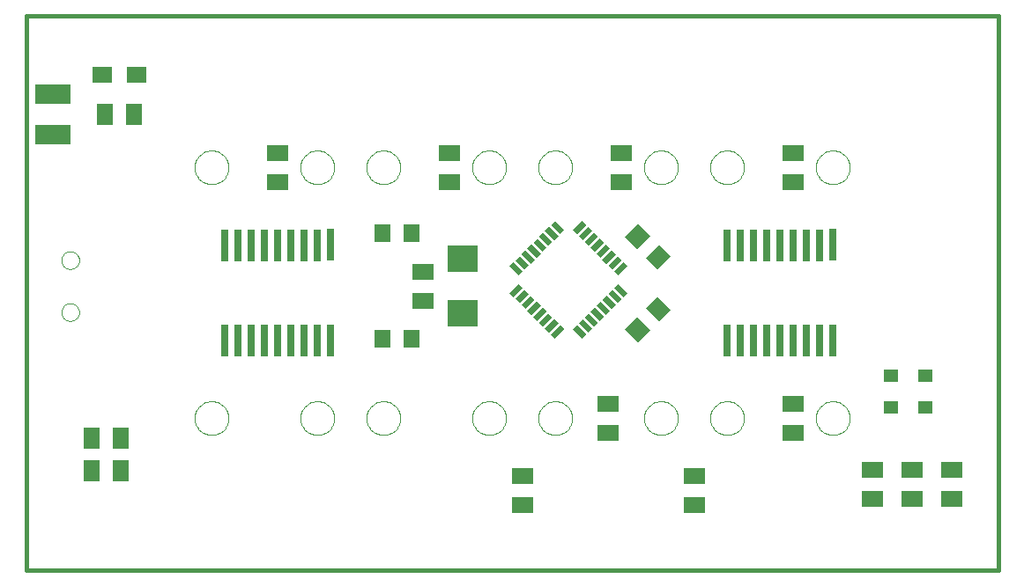
<source format=gbp>
G75*
G70*
%OFA0B0*%
%FSLAX24Y24*%
%IPPOS*%
%LPD*%
%AMOC8*
5,1,8,0,0,1.08239X$1,22.5*
%
%ADD10C,0.0160*%
%ADD11R,0.0500X0.0220*%
%ADD12R,0.0220X0.0500*%
%ADD13R,0.0787X0.0630*%
%ADD14R,0.0630X0.0709*%
%ADD15C,0.0000*%
%ADD16R,0.0260X0.1200*%
%ADD17R,0.0630X0.0787*%
%ADD18R,0.1339X0.0748*%
%ADD19R,0.0748X0.0630*%
%ADD20R,0.0551X0.0472*%
%ADD21R,0.1181X0.0984*%
D10*
X000550Y001235D02*
X037300Y001235D01*
X037300Y022235D01*
X000550Y022235D01*
X000550Y001235D01*
D11*
G36*
X019330Y011918D02*
X018978Y011566D01*
X018822Y011722D01*
X019174Y012074D01*
X019330Y011918D01*
G37*
G36*
X019552Y011695D02*
X019200Y011343D01*
X019044Y011499D01*
X019396Y011851D01*
X019552Y011695D01*
G37*
G36*
X019775Y011472D02*
X019423Y011120D01*
X019267Y011276D01*
X019619Y011628D01*
X019775Y011472D01*
G37*
G36*
X019998Y011249D02*
X019646Y010897D01*
X019490Y011053D01*
X019842Y011405D01*
X019998Y011249D01*
G37*
G36*
X020220Y011027D02*
X019868Y010675D01*
X019712Y010831D01*
X020064Y011183D01*
X020220Y011027D01*
G37*
G36*
X020443Y010804D02*
X020091Y010452D01*
X019935Y010608D01*
X020287Y010960D01*
X020443Y010804D01*
G37*
G36*
X020666Y010581D02*
X020314Y010229D01*
X020158Y010385D01*
X020510Y010737D01*
X020666Y010581D01*
G37*
G36*
X020888Y010359D02*
X020536Y010007D01*
X020380Y010163D01*
X020732Y010515D01*
X020888Y010359D01*
G37*
G36*
X023278Y012749D02*
X022926Y012397D01*
X022770Y012553D01*
X023122Y012905D01*
X023278Y012749D01*
G37*
G36*
X023056Y012971D02*
X022704Y012619D01*
X022548Y012775D01*
X022900Y013127D01*
X023056Y012971D01*
G37*
G36*
X022833Y013194D02*
X022481Y012842D01*
X022325Y012998D01*
X022677Y013350D01*
X022833Y013194D01*
G37*
G36*
X022610Y013417D02*
X022258Y013065D01*
X022102Y013221D01*
X022454Y013573D01*
X022610Y013417D01*
G37*
G36*
X022388Y013639D02*
X022036Y013287D01*
X021880Y013443D01*
X022232Y013795D01*
X022388Y013639D01*
G37*
G36*
X022165Y013862D02*
X021813Y013510D01*
X021657Y013666D01*
X022009Y014018D01*
X022165Y013862D01*
G37*
G36*
X021942Y014085D02*
X021590Y013733D01*
X021434Y013889D01*
X021786Y014241D01*
X021942Y014085D01*
G37*
G36*
X021720Y014308D02*
X021368Y013956D01*
X021212Y014112D01*
X021564Y014464D01*
X021720Y014308D01*
G37*
D12*
G36*
X020888Y014112D02*
X020732Y013956D01*
X020380Y014308D01*
X020536Y014464D01*
X020888Y014112D01*
G37*
G36*
X020666Y013889D02*
X020510Y013733D01*
X020158Y014085D01*
X020314Y014241D01*
X020666Y013889D01*
G37*
G36*
X020443Y013666D02*
X020287Y013510D01*
X019935Y013862D01*
X020091Y014018D01*
X020443Y013666D01*
G37*
G36*
X020220Y013443D02*
X020064Y013287D01*
X019712Y013639D01*
X019868Y013795D01*
X020220Y013443D01*
G37*
G36*
X019998Y013221D02*
X019842Y013065D01*
X019490Y013417D01*
X019646Y013573D01*
X019998Y013221D01*
G37*
G36*
X019775Y012998D02*
X019619Y012842D01*
X019267Y013194D01*
X019423Y013350D01*
X019775Y012998D01*
G37*
G36*
X019552Y012775D02*
X019396Y012619D01*
X019044Y012971D01*
X019200Y013127D01*
X019552Y012775D01*
G37*
G36*
X019330Y012553D02*
X019174Y012397D01*
X018822Y012749D01*
X018978Y012905D01*
X019330Y012553D01*
G37*
G36*
X022388Y010831D02*
X022232Y010675D01*
X021880Y011027D01*
X022036Y011183D01*
X022388Y010831D01*
G37*
G36*
X022610Y011053D02*
X022454Y010897D01*
X022102Y011249D01*
X022258Y011405D01*
X022610Y011053D01*
G37*
G36*
X022833Y011276D02*
X022677Y011120D01*
X022325Y011472D01*
X022481Y011628D01*
X022833Y011276D01*
G37*
G36*
X023056Y011499D02*
X022900Y011343D01*
X022548Y011695D01*
X022704Y011851D01*
X023056Y011499D01*
G37*
G36*
X023278Y011722D02*
X023122Y011566D01*
X022770Y011918D01*
X022926Y012074D01*
X023278Y011722D01*
G37*
G36*
X022165Y010608D02*
X022009Y010452D01*
X021657Y010804D01*
X021813Y010960D01*
X022165Y010608D01*
G37*
G36*
X021942Y010385D02*
X021786Y010229D01*
X021434Y010581D01*
X021590Y010737D01*
X021942Y010385D01*
G37*
G36*
X021720Y010163D02*
X021564Y010007D01*
X021212Y010359D01*
X021368Y010515D01*
X021720Y010163D01*
G37*
D13*
X022550Y007536D03*
X022550Y006434D03*
X019300Y004786D03*
X019300Y003684D03*
X025800Y003684D03*
X025800Y004786D03*
X029550Y006434D03*
X029550Y007536D03*
X032550Y005036D03*
X034050Y005036D03*
X035550Y005036D03*
X035550Y003934D03*
X034050Y003934D03*
X032550Y003934D03*
X015550Y011434D03*
X015550Y012536D03*
X016550Y015934D03*
X016550Y017036D03*
X010050Y017036D03*
X010050Y015934D03*
X023050Y015934D03*
X023050Y017036D03*
X029550Y017036D03*
X029550Y015934D03*
D14*
G36*
X024413Y012622D02*
X023967Y013068D01*
X024467Y013568D01*
X024913Y013122D01*
X024413Y012622D01*
G37*
G36*
X023633Y013402D02*
X023187Y013848D01*
X023687Y014348D01*
X024133Y013902D01*
X023633Y013402D01*
G37*
G36*
X023967Y011152D02*
X024413Y011598D01*
X024913Y011098D01*
X024467Y010652D01*
X023967Y011152D01*
G37*
G36*
X023187Y010372D02*
X023633Y010818D01*
X024133Y010318D01*
X023687Y009872D01*
X023187Y010372D01*
G37*
X015101Y009985D03*
X013999Y009985D03*
X013999Y013985D03*
X015101Y013985D03*
D15*
X013410Y016485D02*
X013412Y016535D01*
X013418Y016585D01*
X013428Y016634D01*
X013441Y016683D01*
X013459Y016730D01*
X013480Y016776D01*
X013504Y016819D01*
X013532Y016861D01*
X013563Y016901D01*
X013597Y016938D01*
X013634Y016972D01*
X013674Y017003D01*
X013716Y017031D01*
X013759Y017055D01*
X013805Y017076D01*
X013852Y017094D01*
X013901Y017107D01*
X013950Y017117D01*
X014000Y017123D01*
X014050Y017125D01*
X014100Y017123D01*
X014150Y017117D01*
X014199Y017107D01*
X014248Y017094D01*
X014295Y017076D01*
X014341Y017055D01*
X014384Y017031D01*
X014426Y017003D01*
X014466Y016972D01*
X014503Y016938D01*
X014537Y016901D01*
X014568Y016861D01*
X014596Y016819D01*
X014620Y016776D01*
X014641Y016730D01*
X014659Y016683D01*
X014672Y016634D01*
X014682Y016585D01*
X014688Y016535D01*
X014690Y016485D01*
X014688Y016435D01*
X014682Y016385D01*
X014672Y016336D01*
X014659Y016287D01*
X014641Y016240D01*
X014620Y016194D01*
X014596Y016151D01*
X014568Y016109D01*
X014537Y016069D01*
X014503Y016032D01*
X014466Y015998D01*
X014426Y015967D01*
X014384Y015939D01*
X014341Y015915D01*
X014295Y015894D01*
X014248Y015876D01*
X014199Y015863D01*
X014150Y015853D01*
X014100Y015847D01*
X014050Y015845D01*
X014000Y015847D01*
X013950Y015853D01*
X013901Y015863D01*
X013852Y015876D01*
X013805Y015894D01*
X013759Y015915D01*
X013716Y015939D01*
X013674Y015967D01*
X013634Y015998D01*
X013597Y016032D01*
X013563Y016069D01*
X013532Y016109D01*
X013504Y016151D01*
X013480Y016194D01*
X013459Y016240D01*
X013441Y016287D01*
X013428Y016336D01*
X013418Y016385D01*
X013412Y016435D01*
X013410Y016485D01*
X010910Y016485D02*
X010912Y016535D01*
X010918Y016585D01*
X010928Y016634D01*
X010941Y016683D01*
X010959Y016730D01*
X010980Y016776D01*
X011004Y016819D01*
X011032Y016861D01*
X011063Y016901D01*
X011097Y016938D01*
X011134Y016972D01*
X011174Y017003D01*
X011216Y017031D01*
X011259Y017055D01*
X011305Y017076D01*
X011352Y017094D01*
X011401Y017107D01*
X011450Y017117D01*
X011500Y017123D01*
X011550Y017125D01*
X011600Y017123D01*
X011650Y017117D01*
X011699Y017107D01*
X011748Y017094D01*
X011795Y017076D01*
X011841Y017055D01*
X011884Y017031D01*
X011926Y017003D01*
X011966Y016972D01*
X012003Y016938D01*
X012037Y016901D01*
X012068Y016861D01*
X012096Y016819D01*
X012120Y016776D01*
X012141Y016730D01*
X012159Y016683D01*
X012172Y016634D01*
X012182Y016585D01*
X012188Y016535D01*
X012190Y016485D01*
X012188Y016435D01*
X012182Y016385D01*
X012172Y016336D01*
X012159Y016287D01*
X012141Y016240D01*
X012120Y016194D01*
X012096Y016151D01*
X012068Y016109D01*
X012037Y016069D01*
X012003Y016032D01*
X011966Y015998D01*
X011926Y015967D01*
X011884Y015939D01*
X011841Y015915D01*
X011795Y015894D01*
X011748Y015876D01*
X011699Y015863D01*
X011650Y015853D01*
X011600Y015847D01*
X011550Y015845D01*
X011500Y015847D01*
X011450Y015853D01*
X011401Y015863D01*
X011352Y015876D01*
X011305Y015894D01*
X011259Y015915D01*
X011216Y015939D01*
X011174Y015967D01*
X011134Y015998D01*
X011097Y016032D01*
X011063Y016069D01*
X011032Y016109D01*
X011004Y016151D01*
X010980Y016194D01*
X010959Y016240D01*
X010941Y016287D01*
X010928Y016336D01*
X010918Y016385D01*
X010912Y016435D01*
X010910Y016485D01*
X006910Y016485D02*
X006912Y016535D01*
X006918Y016585D01*
X006928Y016634D01*
X006941Y016683D01*
X006959Y016730D01*
X006980Y016776D01*
X007004Y016819D01*
X007032Y016861D01*
X007063Y016901D01*
X007097Y016938D01*
X007134Y016972D01*
X007174Y017003D01*
X007216Y017031D01*
X007259Y017055D01*
X007305Y017076D01*
X007352Y017094D01*
X007401Y017107D01*
X007450Y017117D01*
X007500Y017123D01*
X007550Y017125D01*
X007600Y017123D01*
X007650Y017117D01*
X007699Y017107D01*
X007748Y017094D01*
X007795Y017076D01*
X007841Y017055D01*
X007884Y017031D01*
X007926Y017003D01*
X007966Y016972D01*
X008003Y016938D01*
X008037Y016901D01*
X008068Y016861D01*
X008096Y016819D01*
X008120Y016776D01*
X008141Y016730D01*
X008159Y016683D01*
X008172Y016634D01*
X008182Y016585D01*
X008188Y016535D01*
X008190Y016485D01*
X008188Y016435D01*
X008182Y016385D01*
X008172Y016336D01*
X008159Y016287D01*
X008141Y016240D01*
X008120Y016194D01*
X008096Y016151D01*
X008068Y016109D01*
X008037Y016069D01*
X008003Y016032D01*
X007966Y015998D01*
X007926Y015967D01*
X007884Y015939D01*
X007841Y015915D01*
X007795Y015894D01*
X007748Y015876D01*
X007699Y015863D01*
X007650Y015853D01*
X007600Y015847D01*
X007550Y015845D01*
X007500Y015847D01*
X007450Y015853D01*
X007401Y015863D01*
X007352Y015876D01*
X007305Y015894D01*
X007259Y015915D01*
X007216Y015939D01*
X007174Y015967D01*
X007134Y015998D01*
X007097Y016032D01*
X007063Y016069D01*
X007032Y016109D01*
X007004Y016151D01*
X006980Y016194D01*
X006959Y016240D01*
X006941Y016287D01*
X006928Y016336D01*
X006918Y016385D01*
X006912Y016435D01*
X006910Y016485D01*
X001869Y012969D02*
X001871Y013005D01*
X001877Y013041D01*
X001887Y013076D01*
X001900Y013110D01*
X001917Y013142D01*
X001937Y013172D01*
X001961Y013199D01*
X001987Y013224D01*
X002016Y013246D01*
X002047Y013265D01*
X002080Y013280D01*
X002114Y013292D01*
X002150Y013300D01*
X002186Y013304D01*
X002222Y013304D01*
X002258Y013300D01*
X002294Y013292D01*
X002328Y013280D01*
X002361Y013265D01*
X002392Y013246D01*
X002421Y013224D01*
X002447Y013199D01*
X002471Y013172D01*
X002491Y013142D01*
X002508Y013110D01*
X002521Y013076D01*
X002531Y013041D01*
X002537Y013005D01*
X002539Y012969D01*
X002537Y012933D01*
X002531Y012897D01*
X002521Y012862D01*
X002508Y012828D01*
X002491Y012796D01*
X002471Y012766D01*
X002447Y012739D01*
X002421Y012714D01*
X002392Y012692D01*
X002361Y012673D01*
X002328Y012658D01*
X002294Y012646D01*
X002258Y012638D01*
X002222Y012634D01*
X002186Y012634D01*
X002150Y012638D01*
X002114Y012646D01*
X002080Y012658D01*
X002047Y012673D01*
X002016Y012692D01*
X001987Y012714D01*
X001961Y012739D01*
X001937Y012766D01*
X001917Y012796D01*
X001900Y012828D01*
X001887Y012862D01*
X001877Y012897D01*
X001871Y012933D01*
X001869Y012969D01*
X001869Y011001D02*
X001871Y011037D01*
X001877Y011073D01*
X001887Y011108D01*
X001900Y011142D01*
X001917Y011174D01*
X001937Y011204D01*
X001961Y011231D01*
X001987Y011256D01*
X002016Y011278D01*
X002047Y011297D01*
X002080Y011312D01*
X002114Y011324D01*
X002150Y011332D01*
X002186Y011336D01*
X002222Y011336D01*
X002258Y011332D01*
X002294Y011324D01*
X002328Y011312D01*
X002361Y011297D01*
X002392Y011278D01*
X002421Y011256D01*
X002447Y011231D01*
X002471Y011204D01*
X002491Y011174D01*
X002508Y011142D01*
X002521Y011108D01*
X002531Y011073D01*
X002537Y011037D01*
X002539Y011001D01*
X002537Y010965D01*
X002531Y010929D01*
X002521Y010894D01*
X002508Y010860D01*
X002491Y010828D01*
X002471Y010798D01*
X002447Y010771D01*
X002421Y010746D01*
X002392Y010724D01*
X002361Y010705D01*
X002328Y010690D01*
X002294Y010678D01*
X002258Y010670D01*
X002222Y010666D01*
X002186Y010666D01*
X002150Y010670D01*
X002114Y010678D01*
X002080Y010690D01*
X002047Y010705D01*
X002016Y010724D01*
X001987Y010746D01*
X001961Y010771D01*
X001937Y010798D01*
X001917Y010828D01*
X001900Y010860D01*
X001887Y010894D01*
X001877Y010929D01*
X001871Y010965D01*
X001869Y011001D01*
X006910Y006985D02*
X006912Y007035D01*
X006918Y007085D01*
X006928Y007134D01*
X006941Y007183D01*
X006959Y007230D01*
X006980Y007276D01*
X007004Y007319D01*
X007032Y007361D01*
X007063Y007401D01*
X007097Y007438D01*
X007134Y007472D01*
X007174Y007503D01*
X007216Y007531D01*
X007259Y007555D01*
X007305Y007576D01*
X007352Y007594D01*
X007401Y007607D01*
X007450Y007617D01*
X007500Y007623D01*
X007550Y007625D01*
X007600Y007623D01*
X007650Y007617D01*
X007699Y007607D01*
X007748Y007594D01*
X007795Y007576D01*
X007841Y007555D01*
X007884Y007531D01*
X007926Y007503D01*
X007966Y007472D01*
X008003Y007438D01*
X008037Y007401D01*
X008068Y007361D01*
X008096Y007319D01*
X008120Y007276D01*
X008141Y007230D01*
X008159Y007183D01*
X008172Y007134D01*
X008182Y007085D01*
X008188Y007035D01*
X008190Y006985D01*
X008188Y006935D01*
X008182Y006885D01*
X008172Y006836D01*
X008159Y006787D01*
X008141Y006740D01*
X008120Y006694D01*
X008096Y006651D01*
X008068Y006609D01*
X008037Y006569D01*
X008003Y006532D01*
X007966Y006498D01*
X007926Y006467D01*
X007884Y006439D01*
X007841Y006415D01*
X007795Y006394D01*
X007748Y006376D01*
X007699Y006363D01*
X007650Y006353D01*
X007600Y006347D01*
X007550Y006345D01*
X007500Y006347D01*
X007450Y006353D01*
X007401Y006363D01*
X007352Y006376D01*
X007305Y006394D01*
X007259Y006415D01*
X007216Y006439D01*
X007174Y006467D01*
X007134Y006498D01*
X007097Y006532D01*
X007063Y006569D01*
X007032Y006609D01*
X007004Y006651D01*
X006980Y006694D01*
X006959Y006740D01*
X006941Y006787D01*
X006928Y006836D01*
X006918Y006885D01*
X006912Y006935D01*
X006910Y006985D01*
X010910Y006985D02*
X010912Y007035D01*
X010918Y007085D01*
X010928Y007134D01*
X010941Y007183D01*
X010959Y007230D01*
X010980Y007276D01*
X011004Y007319D01*
X011032Y007361D01*
X011063Y007401D01*
X011097Y007438D01*
X011134Y007472D01*
X011174Y007503D01*
X011216Y007531D01*
X011259Y007555D01*
X011305Y007576D01*
X011352Y007594D01*
X011401Y007607D01*
X011450Y007617D01*
X011500Y007623D01*
X011550Y007625D01*
X011600Y007623D01*
X011650Y007617D01*
X011699Y007607D01*
X011748Y007594D01*
X011795Y007576D01*
X011841Y007555D01*
X011884Y007531D01*
X011926Y007503D01*
X011966Y007472D01*
X012003Y007438D01*
X012037Y007401D01*
X012068Y007361D01*
X012096Y007319D01*
X012120Y007276D01*
X012141Y007230D01*
X012159Y007183D01*
X012172Y007134D01*
X012182Y007085D01*
X012188Y007035D01*
X012190Y006985D01*
X012188Y006935D01*
X012182Y006885D01*
X012172Y006836D01*
X012159Y006787D01*
X012141Y006740D01*
X012120Y006694D01*
X012096Y006651D01*
X012068Y006609D01*
X012037Y006569D01*
X012003Y006532D01*
X011966Y006498D01*
X011926Y006467D01*
X011884Y006439D01*
X011841Y006415D01*
X011795Y006394D01*
X011748Y006376D01*
X011699Y006363D01*
X011650Y006353D01*
X011600Y006347D01*
X011550Y006345D01*
X011500Y006347D01*
X011450Y006353D01*
X011401Y006363D01*
X011352Y006376D01*
X011305Y006394D01*
X011259Y006415D01*
X011216Y006439D01*
X011174Y006467D01*
X011134Y006498D01*
X011097Y006532D01*
X011063Y006569D01*
X011032Y006609D01*
X011004Y006651D01*
X010980Y006694D01*
X010959Y006740D01*
X010941Y006787D01*
X010928Y006836D01*
X010918Y006885D01*
X010912Y006935D01*
X010910Y006985D01*
X013410Y006985D02*
X013412Y007035D01*
X013418Y007085D01*
X013428Y007134D01*
X013441Y007183D01*
X013459Y007230D01*
X013480Y007276D01*
X013504Y007319D01*
X013532Y007361D01*
X013563Y007401D01*
X013597Y007438D01*
X013634Y007472D01*
X013674Y007503D01*
X013716Y007531D01*
X013759Y007555D01*
X013805Y007576D01*
X013852Y007594D01*
X013901Y007607D01*
X013950Y007617D01*
X014000Y007623D01*
X014050Y007625D01*
X014100Y007623D01*
X014150Y007617D01*
X014199Y007607D01*
X014248Y007594D01*
X014295Y007576D01*
X014341Y007555D01*
X014384Y007531D01*
X014426Y007503D01*
X014466Y007472D01*
X014503Y007438D01*
X014537Y007401D01*
X014568Y007361D01*
X014596Y007319D01*
X014620Y007276D01*
X014641Y007230D01*
X014659Y007183D01*
X014672Y007134D01*
X014682Y007085D01*
X014688Y007035D01*
X014690Y006985D01*
X014688Y006935D01*
X014682Y006885D01*
X014672Y006836D01*
X014659Y006787D01*
X014641Y006740D01*
X014620Y006694D01*
X014596Y006651D01*
X014568Y006609D01*
X014537Y006569D01*
X014503Y006532D01*
X014466Y006498D01*
X014426Y006467D01*
X014384Y006439D01*
X014341Y006415D01*
X014295Y006394D01*
X014248Y006376D01*
X014199Y006363D01*
X014150Y006353D01*
X014100Y006347D01*
X014050Y006345D01*
X014000Y006347D01*
X013950Y006353D01*
X013901Y006363D01*
X013852Y006376D01*
X013805Y006394D01*
X013759Y006415D01*
X013716Y006439D01*
X013674Y006467D01*
X013634Y006498D01*
X013597Y006532D01*
X013563Y006569D01*
X013532Y006609D01*
X013504Y006651D01*
X013480Y006694D01*
X013459Y006740D01*
X013441Y006787D01*
X013428Y006836D01*
X013418Y006885D01*
X013412Y006935D01*
X013410Y006985D01*
X017410Y006985D02*
X017412Y007035D01*
X017418Y007085D01*
X017428Y007134D01*
X017441Y007183D01*
X017459Y007230D01*
X017480Y007276D01*
X017504Y007319D01*
X017532Y007361D01*
X017563Y007401D01*
X017597Y007438D01*
X017634Y007472D01*
X017674Y007503D01*
X017716Y007531D01*
X017759Y007555D01*
X017805Y007576D01*
X017852Y007594D01*
X017901Y007607D01*
X017950Y007617D01*
X018000Y007623D01*
X018050Y007625D01*
X018100Y007623D01*
X018150Y007617D01*
X018199Y007607D01*
X018248Y007594D01*
X018295Y007576D01*
X018341Y007555D01*
X018384Y007531D01*
X018426Y007503D01*
X018466Y007472D01*
X018503Y007438D01*
X018537Y007401D01*
X018568Y007361D01*
X018596Y007319D01*
X018620Y007276D01*
X018641Y007230D01*
X018659Y007183D01*
X018672Y007134D01*
X018682Y007085D01*
X018688Y007035D01*
X018690Y006985D01*
X018688Y006935D01*
X018682Y006885D01*
X018672Y006836D01*
X018659Y006787D01*
X018641Y006740D01*
X018620Y006694D01*
X018596Y006651D01*
X018568Y006609D01*
X018537Y006569D01*
X018503Y006532D01*
X018466Y006498D01*
X018426Y006467D01*
X018384Y006439D01*
X018341Y006415D01*
X018295Y006394D01*
X018248Y006376D01*
X018199Y006363D01*
X018150Y006353D01*
X018100Y006347D01*
X018050Y006345D01*
X018000Y006347D01*
X017950Y006353D01*
X017901Y006363D01*
X017852Y006376D01*
X017805Y006394D01*
X017759Y006415D01*
X017716Y006439D01*
X017674Y006467D01*
X017634Y006498D01*
X017597Y006532D01*
X017563Y006569D01*
X017532Y006609D01*
X017504Y006651D01*
X017480Y006694D01*
X017459Y006740D01*
X017441Y006787D01*
X017428Y006836D01*
X017418Y006885D01*
X017412Y006935D01*
X017410Y006985D01*
X019910Y006985D02*
X019912Y007035D01*
X019918Y007085D01*
X019928Y007134D01*
X019941Y007183D01*
X019959Y007230D01*
X019980Y007276D01*
X020004Y007319D01*
X020032Y007361D01*
X020063Y007401D01*
X020097Y007438D01*
X020134Y007472D01*
X020174Y007503D01*
X020216Y007531D01*
X020259Y007555D01*
X020305Y007576D01*
X020352Y007594D01*
X020401Y007607D01*
X020450Y007617D01*
X020500Y007623D01*
X020550Y007625D01*
X020600Y007623D01*
X020650Y007617D01*
X020699Y007607D01*
X020748Y007594D01*
X020795Y007576D01*
X020841Y007555D01*
X020884Y007531D01*
X020926Y007503D01*
X020966Y007472D01*
X021003Y007438D01*
X021037Y007401D01*
X021068Y007361D01*
X021096Y007319D01*
X021120Y007276D01*
X021141Y007230D01*
X021159Y007183D01*
X021172Y007134D01*
X021182Y007085D01*
X021188Y007035D01*
X021190Y006985D01*
X021188Y006935D01*
X021182Y006885D01*
X021172Y006836D01*
X021159Y006787D01*
X021141Y006740D01*
X021120Y006694D01*
X021096Y006651D01*
X021068Y006609D01*
X021037Y006569D01*
X021003Y006532D01*
X020966Y006498D01*
X020926Y006467D01*
X020884Y006439D01*
X020841Y006415D01*
X020795Y006394D01*
X020748Y006376D01*
X020699Y006363D01*
X020650Y006353D01*
X020600Y006347D01*
X020550Y006345D01*
X020500Y006347D01*
X020450Y006353D01*
X020401Y006363D01*
X020352Y006376D01*
X020305Y006394D01*
X020259Y006415D01*
X020216Y006439D01*
X020174Y006467D01*
X020134Y006498D01*
X020097Y006532D01*
X020063Y006569D01*
X020032Y006609D01*
X020004Y006651D01*
X019980Y006694D01*
X019959Y006740D01*
X019941Y006787D01*
X019928Y006836D01*
X019918Y006885D01*
X019912Y006935D01*
X019910Y006985D01*
X023910Y006985D02*
X023912Y007035D01*
X023918Y007085D01*
X023928Y007134D01*
X023941Y007183D01*
X023959Y007230D01*
X023980Y007276D01*
X024004Y007319D01*
X024032Y007361D01*
X024063Y007401D01*
X024097Y007438D01*
X024134Y007472D01*
X024174Y007503D01*
X024216Y007531D01*
X024259Y007555D01*
X024305Y007576D01*
X024352Y007594D01*
X024401Y007607D01*
X024450Y007617D01*
X024500Y007623D01*
X024550Y007625D01*
X024600Y007623D01*
X024650Y007617D01*
X024699Y007607D01*
X024748Y007594D01*
X024795Y007576D01*
X024841Y007555D01*
X024884Y007531D01*
X024926Y007503D01*
X024966Y007472D01*
X025003Y007438D01*
X025037Y007401D01*
X025068Y007361D01*
X025096Y007319D01*
X025120Y007276D01*
X025141Y007230D01*
X025159Y007183D01*
X025172Y007134D01*
X025182Y007085D01*
X025188Y007035D01*
X025190Y006985D01*
X025188Y006935D01*
X025182Y006885D01*
X025172Y006836D01*
X025159Y006787D01*
X025141Y006740D01*
X025120Y006694D01*
X025096Y006651D01*
X025068Y006609D01*
X025037Y006569D01*
X025003Y006532D01*
X024966Y006498D01*
X024926Y006467D01*
X024884Y006439D01*
X024841Y006415D01*
X024795Y006394D01*
X024748Y006376D01*
X024699Y006363D01*
X024650Y006353D01*
X024600Y006347D01*
X024550Y006345D01*
X024500Y006347D01*
X024450Y006353D01*
X024401Y006363D01*
X024352Y006376D01*
X024305Y006394D01*
X024259Y006415D01*
X024216Y006439D01*
X024174Y006467D01*
X024134Y006498D01*
X024097Y006532D01*
X024063Y006569D01*
X024032Y006609D01*
X024004Y006651D01*
X023980Y006694D01*
X023959Y006740D01*
X023941Y006787D01*
X023928Y006836D01*
X023918Y006885D01*
X023912Y006935D01*
X023910Y006985D01*
X026410Y006985D02*
X026412Y007035D01*
X026418Y007085D01*
X026428Y007134D01*
X026441Y007183D01*
X026459Y007230D01*
X026480Y007276D01*
X026504Y007319D01*
X026532Y007361D01*
X026563Y007401D01*
X026597Y007438D01*
X026634Y007472D01*
X026674Y007503D01*
X026716Y007531D01*
X026759Y007555D01*
X026805Y007576D01*
X026852Y007594D01*
X026901Y007607D01*
X026950Y007617D01*
X027000Y007623D01*
X027050Y007625D01*
X027100Y007623D01*
X027150Y007617D01*
X027199Y007607D01*
X027248Y007594D01*
X027295Y007576D01*
X027341Y007555D01*
X027384Y007531D01*
X027426Y007503D01*
X027466Y007472D01*
X027503Y007438D01*
X027537Y007401D01*
X027568Y007361D01*
X027596Y007319D01*
X027620Y007276D01*
X027641Y007230D01*
X027659Y007183D01*
X027672Y007134D01*
X027682Y007085D01*
X027688Y007035D01*
X027690Y006985D01*
X027688Y006935D01*
X027682Y006885D01*
X027672Y006836D01*
X027659Y006787D01*
X027641Y006740D01*
X027620Y006694D01*
X027596Y006651D01*
X027568Y006609D01*
X027537Y006569D01*
X027503Y006532D01*
X027466Y006498D01*
X027426Y006467D01*
X027384Y006439D01*
X027341Y006415D01*
X027295Y006394D01*
X027248Y006376D01*
X027199Y006363D01*
X027150Y006353D01*
X027100Y006347D01*
X027050Y006345D01*
X027000Y006347D01*
X026950Y006353D01*
X026901Y006363D01*
X026852Y006376D01*
X026805Y006394D01*
X026759Y006415D01*
X026716Y006439D01*
X026674Y006467D01*
X026634Y006498D01*
X026597Y006532D01*
X026563Y006569D01*
X026532Y006609D01*
X026504Y006651D01*
X026480Y006694D01*
X026459Y006740D01*
X026441Y006787D01*
X026428Y006836D01*
X026418Y006885D01*
X026412Y006935D01*
X026410Y006985D01*
X030410Y006985D02*
X030412Y007035D01*
X030418Y007085D01*
X030428Y007134D01*
X030441Y007183D01*
X030459Y007230D01*
X030480Y007276D01*
X030504Y007319D01*
X030532Y007361D01*
X030563Y007401D01*
X030597Y007438D01*
X030634Y007472D01*
X030674Y007503D01*
X030716Y007531D01*
X030759Y007555D01*
X030805Y007576D01*
X030852Y007594D01*
X030901Y007607D01*
X030950Y007617D01*
X031000Y007623D01*
X031050Y007625D01*
X031100Y007623D01*
X031150Y007617D01*
X031199Y007607D01*
X031248Y007594D01*
X031295Y007576D01*
X031341Y007555D01*
X031384Y007531D01*
X031426Y007503D01*
X031466Y007472D01*
X031503Y007438D01*
X031537Y007401D01*
X031568Y007361D01*
X031596Y007319D01*
X031620Y007276D01*
X031641Y007230D01*
X031659Y007183D01*
X031672Y007134D01*
X031682Y007085D01*
X031688Y007035D01*
X031690Y006985D01*
X031688Y006935D01*
X031682Y006885D01*
X031672Y006836D01*
X031659Y006787D01*
X031641Y006740D01*
X031620Y006694D01*
X031596Y006651D01*
X031568Y006609D01*
X031537Y006569D01*
X031503Y006532D01*
X031466Y006498D01*
X031426Y006467D01*
X031384Y006439D01*
X031341Y006415D01*
X031295Y006394D01*
X031248Y006376D01*
X031199Y006363D01*
X031150Y006353D01*
X031100Y006347D01*
X031050Y006345D01*
X031000Y006347D01*
X030950Y006353D01*
X030901Y006363D01*
X030852Y006376D01*
X030805Y006394D01*
X030759Y006415D01*
X030716Y006439D01*
X030674Y006467D01*
X030634Y006498D01*
X030597Y006532D01*
X030563Y006569D01*
X030532Y006609D01*
X030504Y006651D01*
X030480Y006694D01*
X030459Y006740D01*
X030441Y006787D01*
X030428Y006836D01*
X030418Y006885D01*
X030412Y006935D01*
X030410Y006985D01*
X030410Y016485D02*
X030412Y016535D01*
X030418Y016585D01*
X030428Y016634D01*
X030441Y016683D01*
X030459Y016730D01*
X030480Y016776D01*
X030504Y016819D01*
X030532Y016861D01*
X030563Y016901D01*
X030597Y016938D01*
X030634Y016972D01*
X030674Y017003D01*
X030716Y017031D01*
X030759Y017055D01*
X030805Y017076D01*
X030852Y017094D01*
X030901Y017107D01*
X030950Y017117D01*
X031000Y017123D01*
X031050Y017125D01*
X031100Y017123D01*
X031150Y017117D01*
X031199Y017107D01*
X031248Y017094D01*
X031295Y017076D01*
X031341Y017055D01*
X031384Y017031D01*
X031426Y017003D01*
X031466Y016972D01*
X031503Y016938D01*
X031537Y016901D01*
X031568Y016861D01*
X031596Y016819D01*
X031620Y016776D01*
X031641Y016730D01*
X031659Y016683D01*
X031672Y016634D01*
X031682Y016585D01*
X031688Y016535D01*
X031690Y016485D01*
X031688Y016435D01*
X031682Y016385D01*
X031672Y016336D01*
X031659Y016287D01*
X031641Y016240D01*
X031620Y016194D01*
X031596Y016151D01*
X031568Y016109D01*
X031537Y016069D01*
X031503Y016032D01*
X031466Y015998D01*
X031426Y015967D01*
X031384Y015939D01*
X031341Y015915D01*
X031295Y015894D01*
X031248Y015876D01*
X031199Y015863D01*
X031150Y015853D01*
X031100Y015847D01*
X031050Y015845D01*
X031000Y015847D01*
X030950Y015853D01*
X030901Y015863D01*
X030852Y015876D01*
X030805Y015894D01*
X030759Y015915D01*
X030716Y015939D01*
X030674Y015967D01*
X030634Y015998D01*
X030597Y016032D01*
X030563Y016069D01*
X030532Y016109D01*
X030504Y016151D01*
X030480Y016194D01*
X030459Y016240D01*
X030441Y016287D01*
X030428Y016336D01*
X030418Y016385D01*
X030412Y016435D01*
X030410Y016485D01*
X026410Y016485D02*
X026412Y016535D01*
X026418Y016585D01*
X026428Y016634D01*
X026441Y016683D01*
X026459Y016730D01*
X026480Y016776D01*
X026504Y016819D01*
X026532Y016861D01*
X026563Y016901D01*
X026597Y016938D01*
X026634Y016972D01*
X026674Y017003D01*
X026716Y017031D01*
X026759Y017055D01*
X026805Y017076D01*
X026852Y017094D01*
X026901Y017107D01*
X026950Y017117D01*
X027000Y017123D01*
X027050Y017125D01*
X027100Y017123D01*
X027150Y017117D01*
X027199Y017107D01*
X027248Y017094D01*
X027295Y017076D01*
X027341Y017055D01*
X027384Y017031D01*
X027426Y017003D01*
X027466Y016972D01*
X027503Y016938D01*
X027537Y016901D01*
X027568Y016861D01*
X027596Y016819D01*
X027620Y016776D01*
X027641Y016730D01*
X027659Y016683D01*
X027672Y016634D01*
X027682Y016585D01*
X027688Y016535D01*
X027690Y016485D01*
X027688Y016435D01*
X027682Y016385D01*
X027672Y016336D01*
X027659Y016287D01*
X027641Y016240D01*
X027620Y016194D01*
X027596Y016151D01*
X027568Y016109D01*
X027537Y016069D01*
X027503Y016032D01*
X027466Y015998D01*
X027426Y015967D01*
X027384Y015939D01*
X027341Y015915D01*
X027295Y015894D01*
X027248Y015876D01*
X027199Y015863D01*
X027150Y015853D01*
X027100Y015847D01*
X027050Y015845D01*
X027000Y015847D01*
X026950Y015853D01*
X026901Y015863D01*
X026852Y015876D01*
X026805Y015894D01*
X026759Y015915D01*
X026716Y015939D01*
X026674Y015967D01*
X026634Y015998D01*
X026597Y016032D01*
X026563Y016069D01*
X026532Y016109D01*
X026504Y016151D01*
X026480Y016194D01*
X026459Y016240D01*
X026441Y016287D01*
X026428Y016336D01*
X026418Y016385D01*
X026412Y016435D01*
X026410Y016485D01*
X023910Y016485D02*
X023912Y016535D01*
X023918Y016585D01*
X023928Y016634D01*
X023941Y016683D01*
X023959Y016730D01*
X023980Y016776D01*
X024004Y016819D01*
X024032Y016861D01*
X024063Y016901D01*
X024097Y016938D01*
X024134Y016972D01*
X024174Y017003D01*
X024216Y017031D01*
X024259Y017055D01*
X024305Y017076D01*
X024352Y017094D01*
X024401Y017107D01*
X024450Y017117D01*
X024500Y017123D01*
X024550Y017125D01*
X024600Y017123D01*
X024650Y017117D01*
X024699Y017107D01*
X024748Y017094D01*
X024795Y017076D01*
X024841Y017055D01*
X024884Y017031D01*
X024926Y017003D01*
X024966Y016972D01*
X025003Y016938D01*
X025037Y016901D01*
X025068Y016861D01*
X025096Y016819D01*
X025120Y016776D01*
X025141Y016730D01*
X025159Y016683D01*
X025172Y016634D01*
X025182Y016585D01*
X025188Y016535D01*
X025190Y016485D01*
X025188Y016435D01*
X025182Y016385D01*
X025172Y016336D01*
X025159Y016287D01*
X025141Y016240D01*
X025120Y016194D01*
X025096Y016151D01*
X025068Y016109D01*
X025037Y016069D01*
X025003Y016032D01*
X024966Y015998D01*
X024926Y015967D01*
X024884Y015939D01*
X024841Y015915D01*
X024795Y015894D01*
X024748Y015876D01*
X024699Y015863D01*
X024650Y015853D01*
X024600Y015847D01*
X024550Y015845D01*
X024500Y015847D01*
X024450Y015853D01*
X024401Y015863D01*
X024352Y015876D01*
X024305Y015894D01*
X024259Y015915D01*
X024216Y015939D01*
X024174Y015967D01*
X024134Y015998D01*
X024097Y016032D01*
X024063Y016069D01*
X024032Y016109D01*
X024004Y016151D01*
X023980Y016194D01*
X023959Y016240D01*
X023941Y016287D01*
X023928Y016336D01*
X023918Y016385D01*
X023912Y016435D01*
X023910Y016485D01*
X019910Y016485D02*
X019912Y016535D01*
X019918Y016585D01*
X019928Y016634D01*
X019941Y016683D01*
X019959Y016730D01*
X019980Y016776D01*
X020004Y016819D01*
X020032Y016861D01*
X020063Y016901D01*
X020097Y016938D01*
X020134Y016972D01*
X020174Y017003D01*
X020216Y017031D01*
X020259Y017055D01*
X020305Y017076D01*
X020352Y017094D01*
X020401Y017107D01*
X020450Y017117D01*
X020500Y017123D01*
X020550Y017125D01*
X020600Y017123D01*
X020650Y017117D01*
X020699Y017107D01*
X020748Y017094D01*
X020795Y017076D01*
X020841Y017055D01*
X020884Y017031D01*
X020926Y017003D01*
X020966Y016972D01*
X021003Y016938D01*
X021037Y016901D01*
X021068Y016861D01*
X021096Y016819D01*
X021120Y016776D01*
X021141Y016730D01*
X021159Y016683D01*
X021172Y016634D01*
X021182Y016585D01*
X021188Y016535D01*
X021190Y016485D01*
X021188Y016435D01*
X021182Y016385D01*
X021172Y016336D01*
X021159Y016287D01*
X021141Y016240D01*
X021120Y016194D01*
X021096Y016151D01*
X021068Y016109D01*
X021037Y016069D01*
X021003Y016032D01*
X020966Y015998D01*
X020926Y015967D01*
X020884Y015939D01*
X020841Y015915D01*
X020795Y015894D01*
X020748Y015876D01*
X020699Y015863D01*
X020650Y015853D01*
X020600Y015847D01*
X020550Y015845D01*
X020500Y015847D01*
X020450Y015853D01*
X020401Y015863D01*
X020352Y015876D01*
X020305Y015894D01*
X020259Y015915D01*
X020216Y015939D01*
X020174Y015967D01*
X020134Y015998D01*
X020097Y016032D01*
X020063Y016069D01*
X020032Y016109D01*
X020004Y016151D01*
X019980Y016194D01*
X019959Y016240D01*
X019941Y016287D01*
X019928Y016336D01*
X019918Y016385D01*
X019912Y016435D01*
X019910Y016485D01*
X017410Y016485D02*
X017412Y016535D01*
X017418Y016585D01*
X017428Y016634D01*
X017441Y016683D01*
X017459Y016730D01*
X017480Y016776D01*
X017504Y016819D01*
X017532Y016861D01*
X017563Y016901D01*
X017597Y016938D01*
X017634Y016972D01*
X017674Y017003D01*
X017716Y017031D01*
X017759Y017055D01*
X017805Y017076D01*
X017852Y017094D01*
X017901Y017107D01*
X017950Y017117D01*
X018000Y017123D01*
X018050Y017125D01*
X018100Y017123D01*
X018150Y017117D01*
X018199Y017107D01*
X018248Y017094D01*
X018295Y017076D01*
X018341Y017055D01*
X018384Y017031D01*
X018426Y017003D01*
X018466Y016972D01*
X018503Y016938D01*
X018537Y016901D01*
X018568Y016861D01*
X018596Y016819D01*
X018620Y016776D01*
X018641Y016730D01*
X018659Y016683D01*
X018672Y016634D01*
X018682Y016585D01*
X018688Y016535D01*
X018690Y016485D01*
X018688Y016435D01*
X018682Y016385D01*
X018672Y016336D01*
X018659Y016287D01*
X018641Y016240D01*
X018620Y016194D01*
X018596Y016151D01*
X018568Y016109D01*
X018537Y016069D01*
X018503Y016032D01*
X018466Y015998D01*
X018426Y015967D01*
X018384Y015939D01*
X018341Y015915D01*
X018295Y015894D01*
X018248Y015876D01*
X018199Y015863D01*
X018150Y015853D01*
X018100Y015847D01*
X018050Y015845D01*
X018000Y015847D01*
X017950Y015853D01*
X017901Y015863D01*
X017852Y015876D01*
X017805Y015894D01*
X017759Y015915D01*
X017716Y015939D01*
X017674Y015967D01*
X017634Y015998D01*
X017597Y016032D01*
X017563Y016069D01*
X017532Y016109D01*
X017504Y016151D01*
X017480Y016194D01*
X017459Y016240D01*
X017441Y016287D01*
X017428Y016336D01*
X017418Y016385D01*
X017412Y016435D01*
X017410Y016485D01*
D16*
X012050Y013555D03*
X011550Y013540D03*
X011050Y013540D03*
X010550Y013540D03*
X010050Y013540D03*
X009550Y013540D03*
X009050Y013540D03*
X008550Y013540D03*
X008050Y013540D03*
X008050Y009930D03*
X008550Y009930D03*
X009050Y009930D03*
X009550Y009930D03*
X010050Y009930D03*
X010550Y009930D03*
X011050Y009930D03*
X011550Y009930D03*
X012050Y009930D03*
X027050Y009930D03*
X027550Y009930D03*
X028050Y009930D03*
X028550Y009930D03*
X029050Y009930D03*
X029550Y009930D03*
X030050Y009930D03*
X030550Y009930D03*
X031050Y009930D03*
X031050Y013555D03*
X030550Y013540D03*
X030050Y013540D03*
X029550Y013540D03*
X029050Y013540D03*
X028550Y013540D03*
X028050Y013540D03*
X027550Y013540D03*
X027050Y013540D03*
D17*
X004601Y018485D03*
X003499Y018485D03*
X002999Y006235D03*
X004101Y006235D03*
X004101Y004985D03*
X002999Y004985D03*
D18*
X001550Y017717D03*
X001550Y019253D03*
D19*
X003400Y019985D03*
X004700Y019985D03*
D20*
X033250Y008576D03*
X034550Y008576D03*
X034550Y007395D03*
X033250Y007395D03*
D21*
X017050Y010975D03*
X017050Y013034D03*
M02*

</source>
